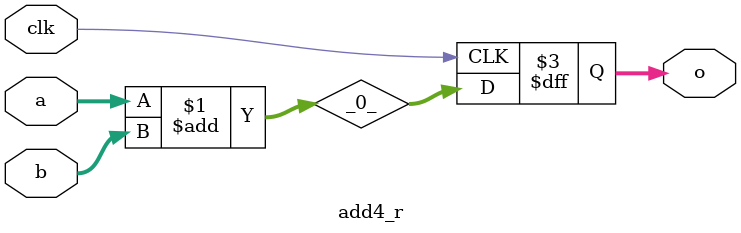
<source format=v>
/* Generated by Yosys 0.16+65 (git sha1 UNKNOWN, gcc 9.4.0-1ubuntu1~20.04.1 -fPIC -Os) */

(* top =  1  *)
module add4_r(a, b, clk, o);
  wire [3:0] _0_;
  (* packed_ranges = 1'h1 *)
  (* unpacked_ranges = 1'h1 *)
  input [3:0] a;
  wire [3:0] a;
  (* packed_ranges = 1'h1 *)
  (* unpacked_ranges = 1'h1 *)
  input [3:0] b;
  wire [3:0] b;
  input clk;
  wire clk;
  (* packed_ranges = 1'h1 *)
  (* unpacked_ranges = 1'h1 *)
  output [3:0] o;
  reg [3:0] o;
  assign _0_ = a + b;
  always @(posedge clk)
    o <= _0_;
endmodule

</source>
